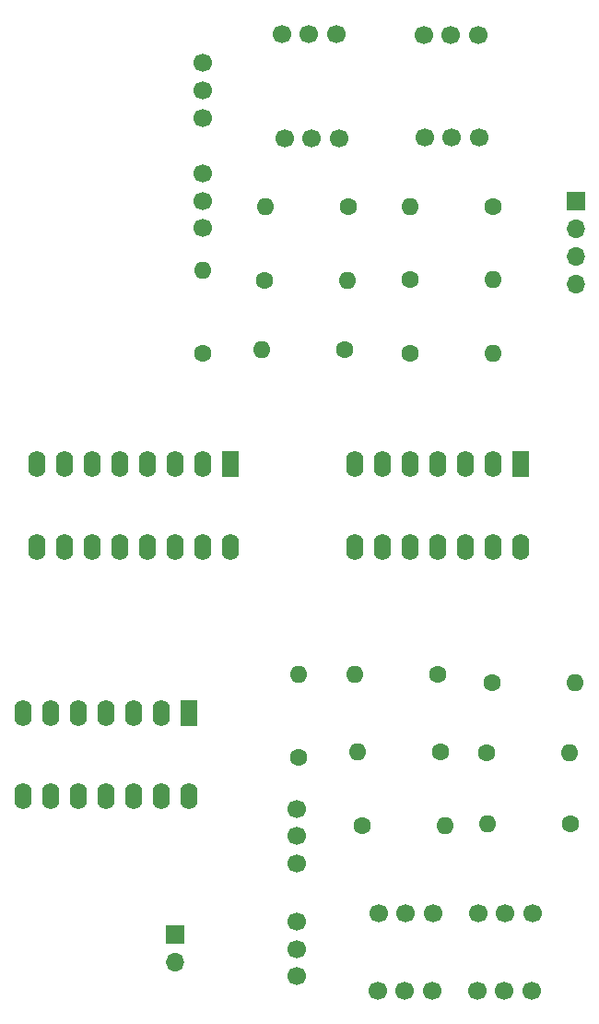
<source format=gts>
%TF.GenerationSoftware,KiCad,Pcbnew,(5.1.12)-1*%
%TF.CreationDate,2021-11-26T16:38:57-08:00*%
%TF.ProjectId,VCA_2.0,5643415f-322e-4302-9e6b-696361645f70,rev?*%
%TF.SameCoordinates,Original*%
%TF.FileFunction,Soldermask,Top*%
%TF.FilePolarity,Negative*%
%FSLAX46Y46*%
G04 Gerber Fmt 4.6, Leading zero omitted, Abs format (unit mm)*
G04 Created by KiCad (PCBNEW (5.1.12)-1) date 2021-11-26 16:38:57*
%MOMM*%
%LPD*%
G01*
G04 APERTURE LIST*
%ADD10C,1.700000*%
%ADD11R,1.700000X1.700000*%
%ADD12O,1.700000X1.700000*%
%ADD13C,1.600000*%
%ADD14O,1.600000X1.600000*%
%ADD15R,1.600000X2.400000*%
%ADD16O,1.600000X2.400000*%
G04 APERTURE END LIST*
D10*
%TO.C,J2*%
X139700000Y-49530000D03*
X142200000Y-49530000D03*
X144700000Y-49530000D03*
%TD*%
%TO.C,J3*%
X131627000Y-49376000D03*
X129127000Y-49376000D03*
X126627000Y-49376000D03*
%TD*%
%TO.C,J4*%
X149606000Y-137166000D03*
X147106000Y-137166000D03*
X144606000Y-137166000D03*
%TD*%
%TO.C,J5*%
X135462000Y-137166000D03*
X137962000Y-137166000D03*
X140462000Y-137166000D03*
%TD*%
%TO.C,J10*%
X119380000Y-57070000D03*
X119380000Y-54570000D03*
X119380000Y-52070000D03*
%TD*%
%TO.C,J11*%
X128040000Y-130890000D03*
X128040000Y-133390000D03*
X128040000Y-135890000D03*
%TD*%
D11*
%TO.C,J14*%
X153670000Y-64770000D03*
D12*
X153670000Y-67310000D03*
X153670000Y-69850000D03*
X153670000Y-72390000D03*
%TD*%
D13*
%TO.C,R3*%
X146050000Y-65226000D03*
D14*
X138430000Y-65226000D03*
%TD*%
%TO.C,R4*%
X125154000Y-65226000D03*
D13*
X132774000Y-65226000D03*
%TD*%
%TO.C,R5*%
X138430000Y-71965000D03*
D14*
X146050000Y-71965000D03*
%TD*%
D13*
%TO.C,R6*%
X125020000Y-72050000D03*
D14*
X132640000Y-72050000D03*
%TD*%
D13*
%TO.C,R7*%
X132460000Y-78350000D03*
D14*
X124840000Y-78350000D03*
%TD*%
%TO.C,R8*%
X146050000Y-78740000D03*
D13*
X138430000Y-78740000D03*
%TD*%
%TO.C,R9*%
X119380000Y-78740000D03*
D14*
X119380000Y-71120000D03*
%TD*%
%TO.C,R10*%
X145550000Y-121850000D03*
D13*
X153170000Y-121850000D03*
%TD*%
%TO.C,R11*%
X134050000Y-122050000D03*
D14*
X141670000Y-122050000D03*
%TD*%
D13*
%TO.C,R12*%
X145500000Y-115350000D03*
D14*
X153120000Y-115350000D03*
%TD*%
%TO.C,R13*%
X133610000Y-115260000D03*
D13*
X141230000Y-115260000D03*
%TD*%
%TO.C,R14*%
X140940000Y-108170000D03*
D14*
X133320000Y-108170000D03*
%TD*%
%TO.C,R15*%
X153610000Y-108950000D03*
D13*
X145990000Y-108950000D03*
%TD*%
D14*
%TO.C,R16*%
X128230000Y-108130000D03*
D13*
X128230000Y-115750000D03*
%TD*%
D10*
%TO.C,RV1*%
X144780000Y-58876000D03*
X142280000Y-58876000D03*
X139780000Y-58876000D03*
%TD*%
%TO.C,RV2*%
X126910000Y-58978000D03*
X129410000Y-58978000D03*
X131910000Y-58978000D03*
%TD*%
%TO.C,RV3*%
X119380000Y-62210000D03*
X119380000Y-64710000D03*
X119380000Y-67210000D03*
%TD*%
%TO.C,RV4*%
X149686000Y-130054000D03*
X147186000Y-130054000D03*
X144686000Y-130054000D03*
%TD*%
%TO.C,RV5*%
X140542000Y-130054000D03*
X138042000Y-130054000D03*
X135542000Y-130054000D03*
%TD*%
%TO.C,RV6*%
X128040000Y-125500000D03*
X128040000Y-123000000D03*
X128040000Y-120500000D03*
%TD*%
D15*
%TO.C,U1*%
X148590000Y-88900000D03*
D16*
X133350000Y-96520000D03*
X146050000Y-88900000D03*
X135890000Y-96520000D03*
X143510000Y-88900000D03*
X138430000Y-96520000D03*
X140970000Y-88900000D03*
X140970000Y-96520000D03*
X138430000Y-88900000D03*
X143510000Y-96520000D03*
X135890000Y-88900000D03*
X146050000Y-96520000D03*
X133350000Y-88900000D03*
X148590000Y-96520000D03*
%TD*%
%TO.C,U2*%
X118110000Y-119380000D03*
X102870000Y-111760000D03*
X115570000Y-119380000D03*
X105410000Y-111760000D03*
X113030000Y-119380000D03*
X107950000Y-111760000D03*
X110490000Y-119380000D03*
X110490000Y-111760000D03*
X107950000Y-119380000D03*
X113030000Y-111760000D03*
X105410000Y-119380000D03*
X115570000Y-111760000D03*
X102870000Y-119380000D03*
D15*
X118110000Y-111760000D03*
%TD*%
D11*
%TO.C,J1*%
X116840000Y-132080000D03*
D12*
X116840000Y-134620000D03*
%TD*%
D15*
%TO.C,IC1*%
X121920000Y-88900000D03*
D16*
X104140000Y-96520000D03*
X119380000Y-88900000D03*
X106680000Y-96520000D03*
X116840000Y-88900000D03*
X109220000Y-96520000D03*
X114300000Y-88900000D03*
X111760000Y-96520000D03*
X111760000Y-88900000D03*
X114300000Y-96520000D03*
X109220000Y-88900000D03*
X116840000Y-96520000D03*
X106680000Y-88900000D03*
X119380000Y-96520000D03*
X104140000Y-88900000D03*
X121920000Y-96520000D03*
%TD*%
M02*

</source>
